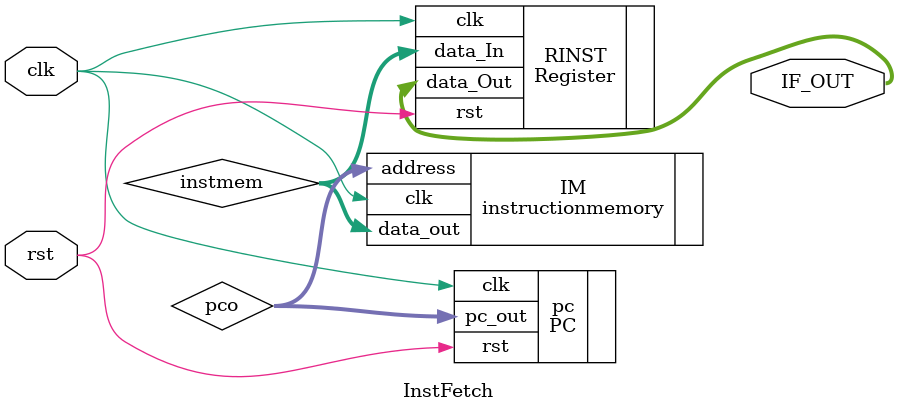
<source format=v>
module InstFetch(
	input clk, rst,
	output [31:0] IF_OUT //Saída do Instruction Fetch
);

wire [9:0] pco;
wire [9:0] instmem;

PC pc(
	.clk(clk),
	.rst(rst),
	.pc_out(pco)
);

instructionmemory IM(
	.clk(clk),
	.address(pco),
	.data_out(instmem)
);

Register RINST(
	.clk(clk),
	.rst(rst),
	.data_In(instmem),
	.data_Out(IF_OUT)
);

endmodule



</source>
